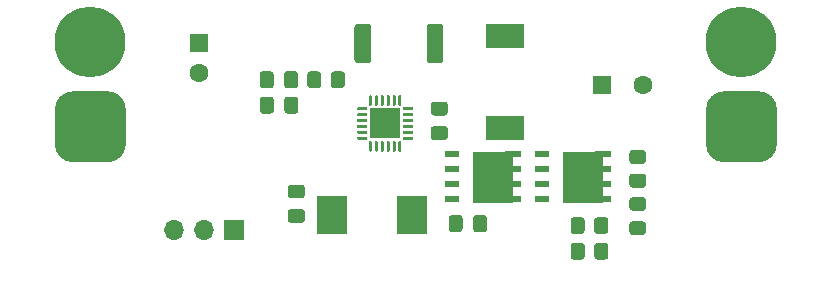
<source format=gbr>
%TF.GenerationSoftware,KiCad,Pcbnew,5.1.10*%
%TF.CreationDate,2021-11-10T11:04:15+01:00*%
%TF.ProjectId,PoE_Boost-Converter,506f455f-426f-46f7-9374-2d436f6e7665,rev?*%
%TF.SameCoordinates,Original*%
%TF.FileFunction,Soldermask,Top*%
%TF.FilePolarity,Negative*%
%FSLAX46Y46*%
G04 Gerber Fmt 4.6, Leading zero omitted, Abs format (unit mm)*
G04 Created by KiCad (PCBNEW 5.1.10) date 2021-11-10 11:04:15*
%MOMM*%
%LPD*%
G01*
G04 APERTURE LIST*
%ADD10C,0.100000*%
%ADD11R,1.470000X0.610000*%
%ADD12R,1.270000X0.610000*%
%ADD13R,2.500000X2.500000*%
%ADD14R,3.200000X2.000000*%
%ADD15C,6.000000*%
%ADD16O,1.700000X1.700000*%
%ADD17R,1.700000X1.700000*%
%ADD18R,2.500000X3.300000*%
%ADD19C,1.600000*%
%ADD20R,1.600000X1.600000*%
G04 APERTURE END LIST*
D10*
%TO.C,U3*%
G36*
X141290000Y-65710000D02*
G01*
X141290000Y-61510000D01*
X144590000Y-61510000D01*
X144590000Y-65710000D01*
X141290000Y-65710000D01*
G37*
X141290000Y-65710000D02*
X141290000Y-61510000D01*
X144590000Y-61510000D01*
X144590000Y-65710000D01*
X141290000Y-65710000D01*
%TO.C,U2*%
G36*
X133640000Y-65690000D02*
G01*
X133640000Y-61490000D01*
X136940000Y-61490000D01*
X136940000Y-65690000D01*
X133640000Y-65690000D01*
G37*
X133640000Y-65690000D02*
X133640000Y-61490000D01*
X136940000Y-61490000D01*
X136940000Y-65690000D01*
X133640000Y-65690000D01*
%TD*%
D11*
%TO.C,U3*%
X144690000Y-61670000D03*
X144690000Y-62940000D03*
X144690000Y-64210000D03*
X144690000Y-65480000D03*
D12*
X139510000Y-65480000D03*
X139510000Y-64210000D03*
X139510000Y-62940000D03*
X139510000Y-61670000D03*
%TD*%
D11*
%TO.C,U2*%
X137040000Y-61650000D03*
X137040000Y-62920000D03*
X137040000Y-64190000D03*
X137040000Y-65460000D03*
D12*
X131860000Y-65460000D03*
X131860000Y-64190000D03*
X131860000Y-62920000D03*
X131860000Y-61650000D03*
%TD*%
D13*
%TO.C,U1*%
X126240000Y-59060000D03*
G36*
G01*
X124677500Y-60435000D02*
X123927500Y-60435000D01*
G75*
G02*
X123865000Y-60372500I0J62500D01*
G01*
X123865000Y-60247500D01*
G75*
G02*
X123927500Y-60185000I62500J0D01*
G01*
X124677500Y-60185000D01*
G75*
G02*
X124740000Y-60247500I0J-62500D01*
G01*
X124740000Y-60372500D01*
G75*
G02*
X124677500Y-60435000I-62500J0D01*
G01*
G37*
G36*
G01*
X124677500Y-59935000D02*
X123927500Y-59935000D01*
G75*
G02*
X123865000Y-59872500I0J62500D01*
G01*
X123865000Y-59747500D01*
G75*
G02*
X123927500Y-59685000I62500J0D01*
G01*
X124677500Y-59685000D01*
G75*
G02*
X124740000Y-59747500I0J-62500D01*
G01*
X124740000Y-59872500D01*
G75*
G02*
X124677500Y-59935000I-62500J0D01*
G01*
G37*
G36*
G01*
X124677500Y-59435000D02*
X123927500Y-59435000D01*
G75*
G02*
X123865000Y-59372500I0J62500D01*
G01*
X123865000Y-59247500D01*
G75*
G02*
X123927500Y-59185000I62500J0D01*
G01*
X124677500Y-59185000D01*
G75*
G02*
X124740000Y-59247500I0J-62500D01*
G01*
X124740000Y-59372500D01*
G75*
G02*
X124677500Y-59435000I-62500J0D01*
G01*
G37*
G36*
G01*
X124677500Y-58935000D02*
X123927500Y-58935000D01*
G75*
G02*
X123865000Y-58872500I0J62500D01*
G01*
X123865000Y-58747500D01*
G75*
G02*
X123927500Y-58685000I62500J0D01*
G01*
X124677500Y-58685000D01*
G75*
G02*
X124740000Y-58747500I0J-62500D01*
G01*
X124740000Y-58872500D01*
G75*
G02*
X124677500Y-58935000I-62500J0D01*
G01*
G37*
G36*
G01*
X124677500Y-58435000D02*
X123927500Y-58435000D01*
G75*
G02*
X123865000Y-58372500I0J62500D01*
G01*
X123865000Y-58247500D01*
G75*
G02*
X123927500Y-58185000I62500J0D01*
G01*
X124677500Y-58185000D01*
G75*
G02*
X124740000Y-58247500I0J-62500D01*
G01*
X124740000Y-58372500D01*
G75*
G02*
X124677500Y-58435000I-62500J0D01*
G01*
G37*
G36*
G01*
X124677500Y-57935000D02*
X123927500Y-57935000D01*
G75*
G02*
X123865000Y-57872500I0J62500D01*
G01*
X123865000Y-57747500D01*
G75*
G02*
X123927500Y-57685000I62500J0D01*
G01*
X124677500Y-57685000D01*
G75*
G02*
X124740000Y-57747500I0J-62500D01*
G01*
X124740000Y-57872500D01*
G75*
G02*
X124677500Y-57935000I-62500J0D01*
G01*
G37*
G36*
G01*
X125052500Y-57560000D02*
X124927500Y-57560000D01*
G75*
G02*
X124865000Y-57497500I0J62500D01*
G01*
X124865000Y-56747500D01*
G75*
G02*
X124927500Y-56685000I62500J0D01*
G01*
X125052500Y-56685000D01*
G75*
G02*
X125115000Y-56747500I0J-62500D01*
G01*
X125115000Y-57497500D01*
G75*
G02*
X125052500Y-57560000I-62500J0D01*
G01*
G37*
G36*
G01*
X125552500Y-57560000D02*
X125427500Y-57560000D01*
G75*
G02*
X125365000Y-57497500I0J62500D01*
G01*
X125365000Y-56747500D01*
G75*
G02*
X125427500Y-56685000I62500J0D01*
G01*
X125552500Y-56685000D01*
G75*
G02*
X125615000Y-56747500I0J-62500D01*
G01*
X125615000Y-57497500D01*
G75*
G02*
X125552500Y-57560000I-62500J0D01*
G01*
G37*
G36*
G01*
X126052500Y-57560000D02*
X125927500Y-57560000D01*
G75*
G02*
X125865000Y-57497500I0J62500D01*
G01*
X125865000Y-56747500D01*
G75*
G02*
X125927500Y-56685000I62500J0D01*
G01*
X126052500Y-56685000D01*
G75*
G02*
X126115000Y-56747500I0J-62500D01*
G01*
X126115000Y-57497500D01*
G75*
G02*
X126052500Y-57560000I-62500J0D01*
G01*
G37*
G36*
G01*
X126552500Y-57560000D02*
X126427500Y-57560000D01*
G75*
G02*
X126365000Y-57497500I0J62500D01*
G01*
X126365000Y-56747500D01*
G75*
G02*
X126427500Y-56685000I62500J0D01*
G01*
X126552500Y-56685000D01*
G75*
G02*
X126615000Y-56747500I0J-62500D01*
G01*
X126615000Y-57497500D01*
G75*
G02*
X126552500Y-57560000I-62500J0D01*
G01*
G37*
G36*
G01*
X127052500Y-57560000D02*
X126927500Y-57560000D01*
G75*
G02*
X126865000Y-57497500I0J62500D01*
G01*
X126865000Y-56747500D01*
G75*
G02*
X126927500Y-56685000I62500J0D01*
G01*
X127052500Y-56685000D01*
G75*
G02*
X127115000Y-56747500I0J-62500D01*
G01*
X127115000Y-57497500D01*
G75*
G02*
X127052500Y-57560000I-62500J0D01*
G01*
G37*
G36*
G01*
X127552500Y-57560000D02*
X127427500Y-57560000D01*
G75*
G02*
X127365000Y-57497500I0J62500D01*
G01*
X127365000Y-56747500D01*
G75*
G02*
X127427500Y-56685000I62500J0D01*
G01*
X127552500Y-56685000D01*
G75*
G02*
X127615000Y-56747500I0J-62500D01*
G01*
X127615000Y-57497500D01*
G75*
G02*
X127552500Y-57560000I-62500J0D01*
G01*
G37*
G36*
G01*
X128552500Y-57935000D02*
X127802500Y-57935000D01*
G75*
G02*
X127740000Y-57872500I0J62500D01*
G01*
X127740000Y-57747500D01*
G75*
G02*
X127802500Y-57685000I62500J0D01*
G01*
X128552500Y-57685000D01*
G75*
G02*
X128615000Y-57747500I0J-62500D01*
G01*
X128615000Y-57872500D01*
G75*
G02*
X128552500Y-57935000I-62500J0D01*
G01*
G37*
G36*
G01*
X128552500Y-58435000D02*
X127802500Y-58435000D01*
G75*
G02*
X127740000Y-58372500I0J62500D01*
G01*
X127740000Y-58247500D01*
G75*
G02*
X127802500Y-58185000I62500J0D01*
G01*
X128552500Y-58185000D01*
G75*
G02*
X128615000Y-58247500I0J-62500D01*
G01*
X128615000Y-58372500D01*
G75*
G02*
X128552500Y-58435000I-62500J0D01*
G01*
G37*
G36*
G01*
X128552500Y-58935000D02*
X127802500Y-58935000D01*
G75*
G02*
X127740000Y-58872500I0J62500D01*
G01*
X127740000Y-58747500D01*
G75*
G02*
X127802500Y-58685000I62500J0D01*
G01*
X128552500Y-58685000D01*
G75*
G02*
X128615000Y-58747500I0J-62500D01*
G01*
X128615000Y-58872500D01*
G75*
G02*
X128552500Y-58935000I-62500J0D01*
G01*
G37*
G36*
G01*
X128552500Y-59435000D02*
X127802500Y-59435000D01*
G75*
G02*
X127740000Y-59372500I0J62500D01*
G01*
X127740000Y-59247500D01*
G75*
G02*
X127802500Y-59185000I62500J0D01*
G01*
X128552500Y-59185000D01*
G75*
G02*
X128615000Y-59247500I0J-62500D01*
G01*
X128615000Y-59372500D01*
G75*
G02*
X128552500Y-59435000I-62500J0D01*
G01*
G37*
G36*
G01*
X128552500Y-59935000D02*
X127802500Y-59935000D01*
G75*
G02*
X127740000Y-59872500I0J62500D01*
G01*
X127740000Y-59747500D01*
G75*
G02*
X127802500Y-59685000I62500J0D01*
G01*
X128552500Y-59685000D01*
G75*
G02*
X128615000Y-59747500I0J-62500D01*
G01*
X128615000Y-59872500D01*
G75*
G02*
X128552500Y-59935000I-62500J0D01*
G01*
G37*
G36*
G01*
X128552500Y-60435000D02*
X127802500Y-60435000D01*
G75*
G02*
X127740000Y-60372500I0J62500D01*
G01*
X127740000Y-60247500D01*
G75*
G02*
X127802500Y-60185000I62500J0D01*
G01*
X128552500Y-60185000D01*
G75*
G02*
X128615000Y-60247500I0J-62500D01*
G01*
X128615000Y-60372500D01*
G75*
G02*
X128552500Y-60435000I-62500J0D01*
G01*
G37*
G36*
G01*
X127552500Y-61435000D02*
X127427500Y-61435000D01*
G75*
G02*
X127365000Y-61372500I0J62500D01*
G01*
X127365000Y-60622500D01*
G75*
G02*
X127427500Y-60560000I62500J0D01*
G01*
X127552500Y-60560000D01*
G75*
G02*
X127615000Y-60622500I0J-62500D01*
G01*
X127615000Y-61372500D01*
G75*
G02*
X127552500Y-61435000I-62500J0D01*
G01*
G37*
G36*
G01*
X127052500Y-61435000D02*
X126927500Y-61435000D01*
G75*
G02*
X126865000Y-61372500I0J62500D01*
G01*
X126865000Y-60622500D01*
G75*
G02*
X126927500Y-60560000I62500J0D01*
G01*
X127052500Y-60560000D01*
G75*
G02*
X127115000Y-60622500I0J-62500D01*
G01*
X127115000Y-61372500D01*
G75*
G02*
X127052500Y-61435000I-62500J0D01*
G01*
G37*
G36*
G01*
X126552500Y-61435000D02*
X126427500Y-61435000D01*
G75*
G02*
X126365000Y-61372500I0J62500D01*
G01*
X126365000Y-60622500D01*
G75*
G02*
X126427500Y-60560000I62500J0D01*
G01*
X126552500Y-60560000D01*
G75*
G02*
X126615000Y-60622500I0J-62500D01*
G01*
X126615000Y-61372500D01*
G75*
G02*
X126552500Y-61435000I-62500J0D01*
G01*
G37*
G36*
G01*
X126052500Y-61435000D02*
X125927500Y-61435000D01*
G75*
G02*
X125865000Y-61372500I0J62500D01*
G01*
X125865000Y-60622500D01*
G75*
G02*
X125927500Y-60560000I62500J0D01*
G01*
X126052500Y-60560000D01*
G75*
G02*
X126115000Y-60622500I0J-62500D01*
G01*
X126115000Y-61372500D01*
G75*
G02*
X126052500Y-61435000I-62500J0D01*
G01*
G37*
G36*
G01*
X125552500Y-61435000D02*
X125427500Y-61435000D01*
G75*
G02*
X125365000Y-61372500I0J62500D01*
G01*
X125365000Y-60622500D01*
G75*
G02*
X125427500Y-60560000I62500J0D01*
G01*
X125552500Y-60560000D01*
G75*
G02*
X125615000Y-60622500I0J-62500D01*
G01*
X125615000Y-61372500D01*
G75*
G02*
X125552500Y-61435000I-62500J0D01*
G01*
G37*
G36*
G01*
X125052500Y-61435000D02*
X124927500Y-61435000D01*
G75*
G02*
X124865000Y-61372500I0J62500D01*
G01*
X124865000Y-60622500D01*
G75*
G02*
X124927500Y-60560000I62500J0D01*
G01*
X125052500Y-60560000D01*
G75*
G02*
X125115000Y-60622500I0J-62500D01*
G01*
X125115000Y-61372500D01*
G75*
G02*
X125052500Y-61435000I-62500J0D01*
G01*
G37*
%TD*%
%TO.C,R5*%
G36*
G01*
X147169999Y-63300000D02*
X148070001Y-63300000D01*
G75*
G02*
X148320000Y-63549999I0J-249999D01*
G01*
X148320000Y-64250001D01*
G75*
G02*
X148070001Y-64500000I-249999J0D01*
G01*
X147169999Y-64500000D01*
G75*
G02*
X146920000Y-64250001I0J249999D01*
G01*
X146920000Y-63549999D01*
G75*
G02*
X147169999Y-63300000I249999J0D01*
G01*
G37*
G36*
G01*
X147169999Y-61300000D02*
X148070001Y-61300000D01*
G75*
G02*
X148320000Y-61549999I0J-249999D01*
G01*
X148320000Y-62250001D01*
G75*
G02*
X148070001Y-62500000I-249999J0D01*
G01*
X147169999Y-62500000D01*
G75*
G02*
X146920000Y-62250001I0J249999D01*
G01*
X146920000Y-61549999D01*
G75*
G02*
X147169999Y-61300000I249999J0D01*
G01*
G37*
%TD*%
%TO.C,R4*%
G36*
G01*
X143930000Y-70330001D02*
X143930000Y-69429999D01*
G75*
G02*
X144179999Y-69180000I249999J0D01*
G01*
X144880001Y-69180000D01*
G75*
G02*
X145130000Y-69429999I0J-249999D01*
G01*
X145130000Y-70330001D01*
G75*
G02*
X144880001Y-70580000I-249999J0D01*
G01*
X144179999Y-70580000D01*
G75*
G02*
X143930000Y-70330001I0J249999D01*
G01*
G37*
G36*
G01*
X141930000Y-70330001D02*
X141930000Y-69429999D01*
G75*
G02*
X142179999Y-69180000I249999J0D01*
G01*
X142880001Y-69180000D01*
G75*
G02*
X143130000Y-69429999I0J-249999D01*
G01*
X143130000Y-70330001D01*
G75*
G02*
X142880001Y-70580000I-249999J0D01*
G01*
X142179999Y-70580000D01*
G75*
G02*
X141930000Y-70330001I0J249999D01*
G01*
G37*
%TD*%
%TO.C,R3*%
G36*
G01*
X143130000Y-67259999D02*
X143130000Y-68160001D01*
G75*
G02*
X142880001Y-68410000I-249999J0D01*
G01*
X142179999Y-68410000D01*
G75*
G02*
X141930000Y-68160001I0J249999D01*
G01*
X141930000Y-67259999D01*
G75*
G02*
X142179999Y-67010000I249999J0D01*
G01*
X142880001Y-67010000D01*
G75*
G02*
X143130000Y-67259999I0J-249999D01*
G01*
G37*
G36*
G01*
X145130000Y-67259999D02*
X145130000Y-68160001D01*
G75*
G02*
X144880001Y-68410000I-249999J0D01*
G01*
X144179999Y-68410000D01*
G75*
G02*
X143930000Y-68160001I0J249999D01*
G01*
X143930000Y-67259999D01*
G75*
G02*
X144179999Y-67010000I249999J0D01*
G01*
X144880001Y-67010000D01*
G75*
G02*
X145130000Y-67259999I0J-249999D01*
G01*
G37*
%TD*%
%TO.C,R2*%
G36*
G01*
X129740000Y-53715001D02*
X129740000Y-50864999D01*
G75*
G02*
X129989999Y-50615000I249999J0D01*
G01*
X130890001Y-50615000D01*
G75*
G02*
X131140000Y-50864999I0J-249999D01*
G01*
X131140000Y-53715001D01*
G75*
G02*
X130890001Y-53965000I-249999J0D01*
G01*
X129989999Y-53965000D01*
G75*
G02*
X129740000Y-53715001I0J249999D01*
G01*
G37*
G36*
G01*
X123640000Y-53715001D02*
X123640000Y-50864999D01*
G75*
G02*
X123889999Y-50615000I249999J0D01*
G01*
X124790001Y-50615000D01*
G75*
G02*
X125040000Y-50864999I0J-249999D01*
G01*
X125040000Y-53715001D01*
G75*
G02*
X124790001Y-53965000I-249999J0D01*
G01*
X123889999Y-53965000D01*
G75*
G02*
X123640000Y-53715001I0J249999D01*
G01*
G37*
%TD*%
%TO.C,R1*%
G36*
G01*
X120830000Y-54909999D02*
X120830000Y-55810001D01*
G75*
G02*
X120580001Y-56060000I-249999J0D01*
G01*
X119879999Y-56060000D01*
G75*
G02*
X119630000Y-55810001I0J249999D01*
G01*
X119630000Y-54909999D01*
G75*
G02*
X119879999Y-54660000I249999J0D01*
G01*
X120580001Y-54660000D01*
G75*
G02*
X120830000Y-54909999I0J-249999D01*
G01*
G37*
G36*
G01*
X122830000Y-54909999D02*
X122830000Y-55810001D01*
G75*
G02*
X122580001Y-56060000I-249999J0D01*
G01*
X121879999Y-56060000D01*
G75*
G02*
X121630000Y-55810001I0J249999D01*
G01*
X121630000Y-54909999D01*
G75*
G02*
X121879999Y-54660000I249999J0D01*
G01*
X122580001Y-54660000D01*
G75*
G02*
X122830000Y-54909999I0J-249999D01*
G01*
G37*
%TD*%
D14*
%TO.C,L1*%
X136380000Y-59480000D03*
X136380000Y-51680000D03*
%TD*%
%TO.C,J3*%
G36*
G01*
X157900000Y-62340000D02*
X154900000Y-62340000D01*
G75*
G02*
X153400000Y-60840000I0J1500000D01*
G01*
X153400000Y-57840000D01*
G75*
G02*
X154900000Y-56340000I1500000J0D01*
G01*
X157900000Y-56340000D01*
G75*
G02*
X159400000Y-57840000I0J-1500000D01*
G01*
X159400000Y-60840000D01*
G75*
G02*
X157900000Y-62340000I-1500000J0D01*
G01*
G37*
D15*
X156400000Y-52140000D03*
%TD*%
%TO.C,J2*%
G36*
G01*
X102770000Y-62340000D02*
X99770000Y-62340000D01*
G75*
G02*
X98270000Y-60840000I0J1500000D01*
G01*
X98270000Y-57840000D01*
G75*
G02*
X99770000Y-56340000I1500000J0D01*
G01*
X102770000Y-56340000D01*
G75*
G02*
X104270000Y-57840000I0J-1500000D01*
G01*
X104270000Y-60840000D01*
G75*
G02*
X102770000Y-62340000I-1500000J0D01*
G01*
G37*
X101270000Y-52140000D03*
%TD*%
D16*
%TO.C,J1*%
X108370000Y-68080000D03*
X110910000Y-68080000D03*
D17*
X113450000Y-68080000D03*
%TD*%
%TO.C,D2*%
G36*
G01*
X148070001Y-66460000D02*
X147169999Y-66460000D01*
G75*
G02*
X146920000Y-66210001I0J249999D01*
G01*
X146920000Y-65559999D01*
G75*
G02*
X147169999Y-65310000I249999J0D01*
G01*
X148070001Y-65310000D01*
G75*
G02*
X148320000Y-65559999I0J-249999D01*
G01*
X148320000Y-66210001D01*
G75*
G02*
X148070001Y-66460000I-249999J0D01*
G01*
G37*
G36*
G01*
X148070001Y-68510000D02*
X147169999Y-68510000D01*
G75*
G02*
X146920000Y-68260001I0J249999D01*
G01*
X146920000Y-67609999D01*
G75*
G02*
X147169999Y-67360000I249999J0D01*
G01*
X148070001Y-67360000D01*
G75*
G02*
X148320000Y-67609999I0J-249999D01*
G01*
X148320000Y-68260001D01*
G75*
G02*
X148070001Y-68510000I-249999J0D01*
G01*
G37*
%TD*%
D18*
%TO.C,D1*%
X121700000Y-66830000D03*
X128500000Y-66830000D03*
%TD*%
D19*
%TO.C,C7*%
X148080000Y-55840000D03*
D20*
X144580000Y-55840000D03*
%TD*%
%TO.C,C6*%
G36*
G01*
X119185000Y-65410000D02*
X118235000Y-65410000D01*
G75*
G02*
X117985000Y-65160000I0J250000D01*
G01*
X117985000Y-64485000D01*
G75*
G02*
X118235000Y-64235000I250000J0D01*
G01*
X119185000Y-64235000D01*
G75*
G02*
X119435000Y-64485000I0J-250000D01*
G01*
X119435000Y-65160000D01*
G75*
G02*
X119185000Y-65410000I-250000J0D01*
G01*
G37*
G36*
G01*
X119185000Y-67485000D02*
X118235000Y-67485000D01*
G75*
G02*
X117985000Y-67235000I0J250000D01*
G01*
X117985000Y-66560000D01*
G75*
G02*
X118235000Y-66310000I250000J0D01*
G01*
X119185000Y-66310000D01*
G75*
G02*
X119435000Y-66560000I0J-250000D01*
G01*
X119435000Y-67235000D01*
G75*
G02*
X119185000Y-67485000I-250000J0D01*
G01*
G37*
%TD*%
%TO.C,C5*%
G36*
G01*
X132790000Y-67065000D02*
X132790000Y-68015000D01*
G75*
G02*
X132540000Y-68265000I-250000J0D01*
G01*
X131865000Y-68265000D01*
G75*
G02*
X131615000Y-68015000I0J250000D01*
G01*
X131615000Y-67065000D01*
G75*
G02*
X131865000Y-66815000I250000J0D01*
G01*
X132540000Y-66815000D01*
G75*
G02*
X132790000Y-67065000I0J-250000D01*
G01*
G37*
G36*
G01*
X134865000Y-67065000D02*
X134865000Y-68015000D01*
G75*
G02*
X134615000Y-68265000I-250000J0D01*
G01*
X133940000Y-68265000D01*
G75*
G02*
X133690000Y-68015000I0J250000D01*
G01*
X133690000Y-67065000D01*
G75*
G02*
X133940000Y-66815000I250000J0D01*
G01*
X134615000Y-66815000D01*
G75*
G02*
X134865000Y-67065000I0J-250000D01*
G01*
G37*
%TD*%
%TO.C,C4*%
G36*
G01*
X116790000Y-54885000D02*
X116790000Y-55835000D01*
G75*
G02*
X116540000Y-56085000I-250000J0D01*
G01*
X115865000Y-56085000D01*
G75*
G02*
X115615000Y-55835000I0J250000D01*
G01*
X115615000Y-54885000D01*
G75*
G02*
X115865000Y-54635000I250000J0D01*
G01*
X116540000Y-54635000D01*
G75*
G02*
X116790000Y-54885000I0J-250000D01*
G01*
G37*
G36*
G01*
X118865000Y-54885000D02*
X118865000Y-55835000D01*
G75*
G02*
X118615000Y-56085000I-250000J0D01*
G01*
X117940000Y-56085000D01*
G75*
G02*
X117690000Y-55835000I0J250000D01*
G01*
X117690000Y-54885000D01*
G75*
G02*
X117940000Y-54635000I250000J0D01*
G01*
X118615000Y-54635000D01*
G75*
G02*
X118865000Y-54885000I0J-250000D01*
G01*
G37*
%TD*%
%TO.C,C3*%
G36*
G01*
X116810000Y-57035000D02*
X116810000Y-57985000D01*
G75*
G02*
X116560000Y-58235000I-250000J0D01*
G01*
X115885000Y-58235000D01*
G75*
G02*
X115635000Y-57985000I0J250000D01*
G01*
X115635000Y-57035000D01*
G75*
G02*
X115885000Y-56785000I250000J0D01*
G01*
X116560000Y-56785000D01*
G75*
G02*
X116810000Y-57035000I0J-250000D01*
G01*
G37*
G36*
G01*
X118885000Y-57035000D02*
X118885000Y-57985000D01*
G75*
G02*
X118635000Y-58235000I-250000J0D01*
G01*
X117960000Y-58235000D01*
G75*
G02*
X117710000Y-57985000I0J250000D01*
G01*
X117710000Y-57035000D01*
G75*
G02*
X117960000Y-56785000I250000J0D01*
G01*
X118635000Y-56785000D01*
G75*
G02*
X118885000Y-57035000I0J-250000D01*
G01*
G37*
%TD*%
%TO.C,C2*%
G36*
G01*
X130345000Y-59290000D02*
X131295000Y-59290000D01*
G75*
G02*
X131545000Y-59540000I0J-250000D01*
G01*
X131545000Y-60215000D01*
G75*
G02*
X131295000Y-60465000I-250000J0D01*
G01*
X130345000Y-60465000D01*
G75*
G02*
X130095000Y-60215000I0J250000D01*
G01*
X130095000Y-59540000D01*
G75*
G02*
X130345000Y-59290000I250000J0D01*
G01*
G37*
G36*
G01*
X130345000Y-57215000D02*
X131295000Y-57215000D01*
G75*
G02*
X131545000Y-57465000I0J-250000D01*
G01*
X131545000Y-58140000D01*
G75*
G02*
X131295000Y-58390000I-250000J0D01*
G01*
X130345000Y-58390000D01*
G75*
G02*
X130095000Y-58140000I0J250000D01*
G01*
X130095000Y-57465000D01*
G75*
G02*
X130345000Y-57215000I250000J0D01*
G01*
G37*
%TD*%
D19*
%TO.C,C1*%
X110460000Y-54780000D03*
D20*
X110460000Y-52280000D03*
%TD*%
M02*

</source>
